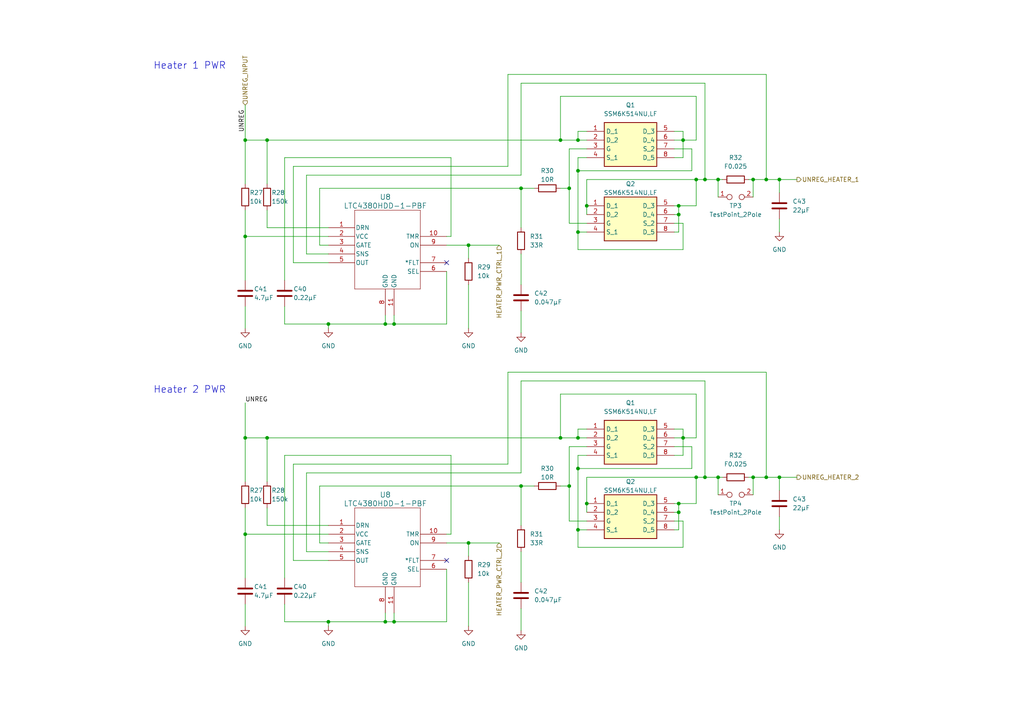
<source format=kicad_sch>
(kicad_sch (version 20230121) (generator eeschema)
  (paper "A4")
  (title_block (title "VERTECS CCB - Heater Power Supplies") (date "2024-09-11") (rev "1.4") (company "Kyushu Institute of Technology") (comment 1 "See KITUSNE CCB schematic for reference") (comment 2 "Heater OCPs set to 2A"))
  (lib_symbols
    (symbol "Connector:TestPoint_2Pole" (pin_names (offset 0.762) hide)
      (property "Reference" "TP" (at 0 1.524 0))
      (property "Value" "TestPoint_2Pole" (at 0 -1.778 0))
      (symbol "TestPoint_2Pole_0_1"
        (circle (center -1.778 0) (radius 0.762))
        (circle (center 1.778 0) (radius 0.762))
        (pin passive line (at -5.08 0 0) (length 2.54) (name "1") (number "1"))
        (pin passive line (at 5.08 0 180) (length 2.54) (name "2") (number "2"))
      )
    )
    (symbol "Device:C" (pin_numbers hide) (pin_names (offset 0.254))
      (property "Reference" "C" (at 0.635 2.54 0))
      (property "Value" "C" (at 0.635 -2.54 0))
      (symbol "C_0_1"
        (polyline (pts (xy -2.032 -0.762) (xy 2.032 -0.762)) (stroke (width 0.508)))
        (polyline (pts (xy -2.032 0.762) (xy 2.032 0.762)) (stroke (width 0.508)))
      )
      (symbol "C_1_1"
        (pin passive line (at 0 3.81 270) (length 2.794) (name "~") (number "1"))
        (pin passive line (at 0 -3.81 90) (length 2.794) (name "~") (number "2"))
      )
    )
    (symbol "Device:R" (pin_numbers hide) (pin_names (offset 0))
      (property "Reference" "R" (at 2.032 0 90))
      (property "Value" "R" (at 0 0 90))
      (symbol "R_0_1"
        (rectangle (start -1.016 -2.54) (end 1.016 2.54) (stroke (width 0.254)))
      )
      (symbol "R_1_1"
        (pin passive line (at 0 3.81 270) (length 1.27) (name "~") (number "1"))
        (pin passive line (at 0 -3.81 90) (length 1.27) (name "~") (number "2"))
      )
    )
    (symbol "LTC4380HDD-1-PBF_1" (pin_names (offset 0.254))
      (property "Reference" "U8" (at 16.51 8.89 0))
      (property "Value" "LTC4380HDD-1-PBF" (at 16.51 6.35 0))
      (symbol "LTC4380HDD-1-PBF_1_0_1"
        (polyline (pts (xy 7.62 -17.78) (xy 26.67 -17.78)) (stroke (width 0.127)))
        (polyline (pts (xy 7.62 5.08) (xy 7.62 -17.78)) (stroke (width 0.127)))
        (polyline (pts (xy 26.67 -17.78) (xy 26.67 5.08)) (stroke (width 0.127)))
        (polyline (pts (xy 26.67 5.08) (xy 7.62 5.08)) (stroke (width 0.127)))
        (pin unspecified line (at 0 0 0) (length 7.62) (name "DRN") (number "1"))
        (pin unspecified line (at 34.29 -2.54 180) (length 7.62) (name "TMR") (number "10"))
        (pin power_out line (at 19.05 -25.4 90) (length 7.62) (name "GND") (number "11"))
        (pin power_in line (at 0 -2.54 0) (length 7.62) (name "VCC") (number "2"))
        (pin unspecified line (at 0 -5.08 0) (length 7.62) (name "GATE") (number "3"))
        (pin unspecified line (at 0 -7.62 0) (length 7.62) (name "SNS") (number "4"))
        (pin output line (at 0 -10.16 0) (length 7.62) (name "OUT") (number "5"))
        (pin unspecified line (at 34.29 -12.7 180) (length 7.62) (name "SEL") (number "6"))
        (pin unspecified line (at 34.29 -10.16 180) (length 7.62) (name "*FLT") (number "7"))
        (pin power_out line (at 16.51 -25.4 90) (length 7.62) (name "GND") (number "8"))
        (pin unspecified line (at 34.29 -5.08 180) (length 7.62) (name "ON") (number "9"))
      )
    )
    (symbol "VERTECS_CCB_Library:SSM6K514NU,LF"
      (property "Reference" "Q" (at 21.59 7.62 0))
      (property "Value" "SSM6K514NU,LF" (at 21.59 5.08 0))
      (symbol "SSM6K514NU,LF_1_1"
        (rectangle (start 5.08 2.54) (end 20.32 -10.16) (stroke (width 0.254)) (fill (type background)))
        (pin passive line (at 0 0 0) (length 5.08) (name "D_1") (number "1"))
        (pin passive line (at 0 -2.54 0) (length 5.08) (name "D_2") (number "2"))
        (pin passive line (at 0 -5.08 0) (length 5.08) (name "G") (number "3"))
        (pin passive line (at 0 -7.62 0) (length 5.08) (name "S_1") (number "4"))
        (pin passive line (at 25.4 0 180) (length 5.08) (name "D_3") (number "5"))
        (pin passive line (at 25.4 -2.54 180) (length 5.08) (name "D_4") (number "6"))
        (pin passive line (at 25.4 -5.08 180) (length 5.08) (name "S_2") (number "7"))
        (pin passive line (at 25.4 -7.62 180) (length 5.08) (name "D_5") (number "8"))
      )
    )
    (symbol "power:GND" (power) (pin_names (offset 0))
      (property "Value" "GND" (at 0 -3.81 0))
      (symbol "GND_0_1"
        (polyline (pts (xy 0 0) (xy 0 -1.27) (xy 1.27 -1.27) (xy 0 -2.54) (xy -1.27 -1.27) (xy 0 -1.27)))
      )
      (symbol "GND_1_1"
        (pin power_in line (at 0 0 270) (length 0) hide (name "GND") (number "1"))
      )
    )
  )
  (junction (at 165.1 140.97))
  (junction (at 222.25 52.07))
  (junction (at 204.47 138.43))
  (junction (at 196.85 62.23))
  (junction (at 77.47 40.64))
  (junction (at 196.85 148.59))
  (junction (at 167.64 135.89))
  (junction (at 201.93 138.43))
  (junction (at 162.56 40.64))
  (junction (at 167.64 127))
  (junction (at 167.64 67.31))
  (junction (at 208.28 52.07))
  (junction (at 167.64 40.64))
  (junction (at 71.12 40.64))
  (junction (at 151.13 140.97))
  (junction (at 222.25 138.43))
  (junction (at 198.12 40.64))
  (junction (at 170.18 146.05))
  (junction (at 167.64 49.53))
  (junction (at 135.89 157.48))
  (junction (at 114.3 93.98))
  (junction (at 201.93 52.07))
  (junction (at 71.12 154.94))
  (junction (at 218.44 52.07))
  (junction (at 71.12 68.58))
  (junction (at 226.06 138.43))
  (junction (at 162.56 127))
  (junction (at 135.89 71.12))
  (junction (at 208.28 138.43))
  (junction (at 114.3 180.34))
  (junction (at 95.25 93.98))
  (junction (at 167.64 153.67))
  (junction (at 198.12 127))
  (junction (at 204.47 52.07))
  (junction (at 226.06 52.07))
  (junction (at 196.85 59.69))
  (junction (at 218.44 138.43))
  (junction (at 77.47 127))
  (junction (at 95.25 180.34))
  (junction (at 170.18 59.69))
  (junction (at 196.85 146.05))
  (junction (at 151.13 54.61))
  (junction (at 111.76 180.34))
  (junction (at 71.12 127))
  (junction (at 111.76 93.98))
  (junction (at 165.1 54.61))
  (no_connect (at 129.54 76.2))
  (no_connect (at 129.54 162.56))
  (wire (pts (xy 151.13 137.16) (xy 88.9 137.16)))
  (wire (pts (xy 82.55 132.08) (xy 82.55 167.64)))
  (wire (pts (xy 195.58 43.18) (xy 200.66 43.18)))
  (wire (pts (xy 198.12 38.1) (xy 198.12 40.64)))
  (wire (pts (xy 88.9 50.8) (xy 88.9 73.66)))
  (wire (pts (xy 130.81 132.08) (xy 82.55 132.08)))
  (wire (pts (xy 129.54 154.94) (xy 130.81 154.94)))
  (wire (pts (xy 130.81 132.08) (xy 130.81 154.94)))
  (wire (pts (xy 111.76 177.8) (xy 111.76 180.34)))
  (wire (pts (xy 85.09 162.56) (xy 95.25 162.56)))
  (wire (pts (xy 167.64 127) (xy 170.18 127)))
  (wire (pts (xy 218.44 57.15) (xy 218.44 52.07)))
  (wire (pts (xy 195.58 45.72) (xy 198.12 45.72)))
  (wire (pts (xy 198.12 45.72) (xy 198.12 40.64)))
  (wire (pts (xy 204.47 138.43) (xy 204.47 110.49)))
  (wire (pts (xy 95.25 180.34) (xy 111.76 180.34)))
  (wire (pts (xy 71.12 40.64) (xy 77.47 40.64)))
  (wire (pts (xy 198.12 40.64) (xy 201.93 40.64)))
  (wire (pts (xy 151.13 140.97) (xy 154.94 140.97)))
  (wire (pts (xy 77.47 152.4) (xy 95.25 152.4)))
  (wire (pts (xy 170.18 146.05) (xy 170.18 138.43)))
  (wire (pts (xy 151.13 73.66) (xy 151.13 82.55)))
  (wire (pts (xy 208.28 57.15) (xy 208.28 52.07)))
  (wire (pts (xy 82.55 93.98) (xy 95.25 93.98)))
  (wire (pts (xy 195.58 129.54) (xy 200.66 129.54)))
  (wire (pts (xy 135.89 168.91) (xy 135.89 181.61)))
  (wire (pts (xy 167.64 45.72) (xy 167.64 49.53)))
  (wire (pts (xy 162.56 40.64) (xy 167.64 40.64)))
  (wire (pts (xy 167.64 72.39) (xy 167.64 67.31)))
  (wire (pts (xy 198.12 151.13) (xy 198.12 158.75)))
  (wire (pts (xy 151.13 110.49) (xy 151.13 137.16)))
  (wire (pts (xy 114.3 180.34) (xy 129.54 180.34)))
  (wire (pts (xy 151.13 90.17) (xy 151.13 96.52)))
  (wire (pts (xy 95.25 93.98) (xy 95.25 95.25)))
  (wire (pts (xy 71.12 147.32) (xy 71.12 154.94)))
  (wire (pts (xy 217.17 138.43) (xy 218.44 138.43)))
  (wire (pts (xy 204.47 52.07) (xy 204.47 24.13)))
  (wire (pts (xy 71.12 127) (xy 71.12 139.7)))
  (wire (pts (xy 198.12 64.77) (xy 198.12 72.39)))
  (wire (pts (xy 208.28 143.51) (xy 208.28 138.43)))
  (wire (pts (xy 204.47 24.13) (xy 151.13 24.13)))
  (wire (pts (xy 77.47 60.96) (xy 77.47 66.04)))
  (wire (pts (xy 226.06 63.5) (xy 226.06 67.31)))
  (wire (pts (xy 77.47 66.04) (xy 95.25 66.04)))
  (wire (pts (xy 167.64 38.1) (xy 167.64 40.64)))
  (wire (pts (xy 170.18 45.72) (xy 167.64 45.72)))
  (wire (pts (xy 196.85 146.05) (xy 196.85 148.59)))
  (wire (pts (xy 92.71 157.48) (xy 95.25 157.48)))
  (wire (pts (xy 222.25 21.59) (xy 147.32 21.59)))
  (wire (pts (xy 204.47 138.43) (xy 208.28 138.43)))
  (wire (pts (xy 222.25 138.43) (xy 226.06 138.43)))
  (wire (pts (xy 226.06 52.07) (xy 226.06 55.88)))
  (wire (pts (xy 71.12 127) (xy 77.47 127)))
  (wire (pts (xy 198.12 72.39) (xy 167.64 72.39)))
  (wire (pts (xy 196.85 62.23) (xy 195.58 62.23)))
  (wire (pts (xy 195.58 146.05) (xy 196.85 146.05)))
  (wire (pts (xy 167.64 49.53) (xy 167.64 67.31)))
  (wire (pts (xy 162.56 27.94) (xy 162.56 40.64)))
  (wire (pts (xy 195.58 38.1) (xy 198.12 38.1)))
  (wire (pts (xy 77.47 147.32) (xy 77.47 152.4)))
  (wire (pts (xy 201.93 114.3) (xy 162.56 114.3)))
  (wire (pts (xy 201.93 40.64) (xy 201.93 27.94)))
  (wire (pts (xy 200.66 49.53) (xy 167.64 49.53)))
  (wire (pts (xy 85.09 134.62) (xy 85.09 162.56)))
  (wire (pts (xy 151.13 160.02) (xy 151.13 168.91)))
  (wire (pts (xy 167.64 153.67) (xy 170.18 153.67)))
  (wire (pts (xy 92.71 71.12) (xy 95.25 71.12)))
  (wire (pts (xy 218.44 143.51) (xy 218.44 138.43)))
  (wire (pts (xy 82.55 175.26) (xy 82.55 180.34)))
  (wire (pts (xy 135.89 82.55) (xy 135.89 95.25)))
  (wire (pts (xy 71.12 40.64) (xy 71.12 53.34)))
  (wire (pts (xy 196.85 67.31) (xy 196.85 62.23)))
  (wire (pts (xy 167.64 124.46) (xy 167.64 127)))
  (wire (pts (xy 77.47 40.64) (xy 162.56 40.64)))
  (wire (pts (xy 195.58 67.31) (xy 196.85 67.31)))
  (wire (pts (xy 208.28 138.43) (xy 209.55 138.43)))
  (wire (pts (xy 226.06 52.07) (xy 231.14 52.07)))
  (wire (pts (xy 129.54 180.34) (xy 129.54 165.1)))
  (wire (pts (xy 151.13 176.53) (xy 151.13 182.88)))
  (wire (pts (xy 165.1 140.97) (xy 165.1 151.13)))
  (wire (pts (xy 170.18 52.07) (xy 201.93 52.07)))
  (wire (pts (xy 170.18 138.43) (xy 201.93 138.43)))
  (wire (pts (xy 167.64 158.75) (xy 167.64 153.67)))
  (wire (pts (xy 198.12 132.08) (xy 198.12 127)))
  (wire (pts (xy 165.1 43.18) (xy 165.1 54.61)))
  (wire (pts (xy 170.18 38.1) (xy 167.64 38.1)))
  (wire (pts (xy 71.12 68.58) (xy 95.25 68.58)))
  (wire (pts (xy 162.56 140.97) (xy 165.1 140.97)))
  (wire (pts (xy 195.58 64.77) (xy 198.12 64.77)))
  (wire (pts (xy 195.58 153.67) (xy 196.85 153.67)))
  (wire (pts (xy 167.64 67.31) (xy 170.18 67.31)))
  (wire (pts (xy 201.93 59.69) (xy 201.93 52.07)))
  (wire (pts (xy 200.66 43.18) (xy 200.66 49.53)))
  (wire (pts (xy 195.58 59.69) (xy 196.85 59.69)))
  (wire (pts (xy 130.81 45.72) (xy 130.81 68.58)))
  (wire (pts (xy 88.9 137.16) (xy 88.9 160.02)))
  (wire (pts (xy 92.71 157.48) (xy 92.71 140.97)))
  (wire (pts (xy 218.44 52.07) (xy 222.25 52.07)))
  (wire (pts (xy 82.55 88.9) (xy 82.55 93.98)))
  (wire (pts (xy 198.12 127) (xy 201.93 127)))
  (wire (pts (xy 95.25 93.98) (xy 111.76 93.98)))
  (wire (pts (xy 151.13 24.13) (xy 151.13 50.8)))
  (wire (pts (xy 196.85 148.59) (xy 195.58 148.59)))
  (wire (pts (xy 222.25 107.95) (xy 147.32 107.95)))
  (wire (pts (xy 151.13 140.97) (xy 151.13 152.4)))
  (wire (pts (xy 200.66 135.89) (xy 167.64 135.89)))
  (wire (pts (xy 196.85 59.69) (xy 201.93 59.69)))
  (wire (pts (xy 201.93 138.43) (xy 204.47 138.43)))
  (wire (pts (xy 201.93 52.07) (xy 204.47 52.07)))
  (wire (pts (xy 71.12 175.26) (xy 71.12 181.61)))
  (wire (pts (xy 218.44 138.43) (xy 222.25 138.43)))
  (wire (pts (xy 77.47 127) (xy 77.47 139.7)))
  (wire (pts (xy 147.32 48.26) (xy 85.09 48.26)))
  (wire (pts (xy 195.58 40.64) (xy 198.12 40.64)))
  (wire (pts (xy 71.12 154.94) (xy 95.25 154.94)))
  (wire (pts (xy 71.12 68.58) (xy 71.12 81.28)))
  (wire (pts (xy 92.71 140.97) (xy 151.13 140.97)))
  (wire (pts (xy 129.54 68.58) (xy 130.81 68.58)))
  (wire (pts (xy 170.18 59.69) (xy 170.18 62.23)))
  (wire (pts (xy 130.81 45.72) (xy 82.55 45.72)))
  (wire (pts (xy 147.32 107.95) (xy 147.32 134.62)))
  (wire (pts (xy 162.56 114.3) (xy 162.56 127)))
  (wire (pts (xy 95.25 180.34) (xy 95.25 181.61)))
  (wire (pts (xy 92.71 54.61) (xy 151.13 54.61)))
  (wire (pts (xy 217.17 52.07) (xy 218.44 52.07)))
  (wire (pts (xy 226.06 138.43) (xy 226.06 142.24)))
  (wire (pts (xy 162.56 127) (xy 167.64 127)))
  (wire (pts (xy 111.76 180.34) (xy 114.3 180.34)))
  (wire (pts (xy 196.85 146.05) (xy 201.93 146.05)))
  (wire (pts (xy 135.89 157.48) (xy 135.89 161.29)))
  (wire (pts (xy 195.58 124.46) (xy 198.12 124.46)))
  (wire (pts (xy 165.1 64.77) (xy 170.18 64.77)))
  (wire (pts (xy 165.1 129.54) (xy 170.18 129.54)))
  (wire (pts (xy 151.13 54.61) (xy 154.94 54.61)))
  (wire (pts (xy 167.64 132.08) (xy 167.64 135.89)))
  (wire (pts (xy 170.18 132.08) (xy 167.64 132.08)))
  (wire (pts (xy 170.18 124.46) (xy 167.64 124.46)))
  (wire (pts (xy 111.76 93.98) (xy 114.3 93.98)))
  (wire (pts (xy 135.89 71.12) (xy 135.89 74.93)))
  (wire (pts (xy 195.58 132.08) (xy 198.12 132.08)))
  (wire (pts (xy 201.93 127) (xy 201.93 114.3)))
  (wire (pts (xy 198.12 124.46) (xy 198.12 127)))
  (wire (pts (xy 85.09 48.26) (xy 85.09 76.2)))
  (wire (pts (xy 195.58 127) (xy 198.12 127)))
  (wire (pts (xy 204.47 110.49) (xy 151.13 110.49)))
  (wire (pts (xy 71.12 116.84) (xy 71.12 127)))
  (wire (pts (xy 196.85 59.69) (xy 196.85 62.23)))
  (wire (pts (xy 88.9 73.66) (xy 95.25 73.66)))
  (wire (pts (xy 92.71 71.12) (xy 92.71 54.61)))
  (wire (pts (xy 201.93 146.05) (xy 201.93 138.43)))
  (wire (pts (xy 129.54 157.48) (xy 135.89 157.48)))
  (wire (pts (xy 71.12 154.94) (xy 71.12 167.64)))
  (wire (pts (xy 71.12 60.96) (xy 71.12 68.58)))
  (wire (pts (xy 222.25 52.07) (xy 226.06 52.07)))
  (wire (pts (xy 114.3 93.98) (xy 129.54 93.98)))
  (wire (pts (xy 88.9 160.02) (xy 95.25 160.02)))
  (wire (pts (xy 135.89 157.48) (xy 144.78 157.48)))
  (wire (pts (xy 162.56 54.61) (xy 165.1 54.61)))
  (wire (pts (xy 195.58 151.13) (xy 198.12 151.13)))
  (wire (pts (xy 151.13 50.8) (xy 88.9 50.8)))
  (wire (pts (xy 208.28 52.07) (xy 209.55 52.07)))
  (wire (pts (xy 147.32 21.59) (xy 147.32 48.26)))
  (wire (pts (xy 165.1 43.18) (xy 170.18 43.18)))
  (wire (pts (xy 129.54 93.98) (xy 129.54 78.74)))
  (wire (pts (xy 111.76 91.44) (xy 111.76 93.98)))
  (wire (pts (xy 71.12 88.9) (xy 71.12 95.25)))
  (wire (pts (xy 226.06 138.43) (xy 231.14 138.43)))
  (wire (pts (xy 198.12 158.75) (xy 167.64 158.75)))
  (wire (pts (xy 71.12 30.48) (xy 71.12 40.64)))
  (wire (pts (xy 165.1 151.13) (xy 170.18 151.13)))
  (wire (pts (xy 151.13 54.61) (xy 151.13 66.04)))
  (wire (pts (xy 82.55 180.34) (xy 95.25 180.34)))
  (wire (pts (xy 200.66 129.54) (xy 200.66 135.89)))
  (wire (pts (xy 201.93 27.94) (xy 162.56 27.94)))
  (wire (pts (xy 85.09 76.2) (xy 95.25 76.2)))
  (wire (pts (xy 77.47 40.64) (xy 77.47 53.34)))
  (wire (pts (xy 204.47 52.07) (xy 208.28 52.07)))
  (wire (pts (xy 77.47 127) (xy 162.56 127)))
  (wire (pts (xy 170.18 59.69) (xy 170.18 52.07)))
  (wire (pts (xy 226.06 149.86) (xy 226.06 153.67)))
  (wire (pts (xy 135.89 71.12) (xy 144.78 71.12)))
  (wire (pts (xy 147.32 134.62) (xy 85.09 134.62)))
  (wire (pts (xy 165.1 129.54) (xy 165.1 140.97)))
  (wire (pts (xy 114.3 177.8) (xy 114.3 180.34)))
  (wire (pts (xy 167.64 40.64) (xy 170.18 40.64)))
  (wire (pts (xy 82.55 45.72) (xy 82.55 81.28)))
  (wire (pts (xy 196.85 153.67) (xy 196.85 148.59)))
  (wire (pts (xy 129.54 71.12) (xy 135.89 71.12)))
  (wire (pts (xy 167.64 135.89) (xy 167.64 153.67)))
  (wire (pts (xy 170.18 146.05) (xy 170.18 148.59)))
  (wire (pts (xy 165.1 54.61) (xy 165.1 64.77)))
  (wire (pts (xy 222.25 138.43) (xy 222.25 107.95)))
  (wire (pts (xy 222.25 52.07) (xy 222.25 21.59)))
  (wire (pts (xy 114.3 91.44) (xy 114.3 93.98)))
  (text "Heater 2 PWR" (at 44.45 114.3 0) (effects (font (size 2 2)) (justify left bottom)))
  (text "Heater 1 PWR" (at 44.45 20.32 0) (effects (font (size 2 2)) (justify left bottom)))
  (label "UNREG" (at 71.12 116.84 0))
  (label "UNREG" (at 71.12 31.75 270))
  (hierarchical_label "HEATER_PWR_CTRL_1" (shape input) (at 144.78 71.12 270))
  (hierarchical_label "HEATER_PWR_CTRL_2" (shape input) (at 144.78 157.48 270))
  (hierarchical_label "UNREG_HEATER_2" (shape output) (at 231.14 138.43 0))
  (hierarchical_label "UNREG_HEATER_1" (shape output) (at 231.14 52.07 0))
  (hierarchical_label "UNREG_INPUT" (shape input) (at 71.12 30.48 90))
  (symbol (lib_id "power:GND") (at 135.89 181.61 0) (unit 1)
    (property "Reference" "#PWR054" (effects hide))
    (property "Value" "GND" (at 135.89 186.69 0))
    (instances (project "VERTECS_CCB_A" (path "" (reference "#PWR054") (unit 1)) (path "" (reference "#PWR089") (unit 1))))
  )
  (symbol (lib_id "Device:R") (at 151.13 69.85 0) (unit 1)
    (property "Reference" "R31" (at 153.67 68.58 0) (effects (justify left)))
    (property "Value" "33R" (at 153.67 71.12 0) (effects (justify left)))
    (property "Footprint" "Resistor_SMD:R_0402_1005Metric" (effects hide))
    (property "Manufacturer_Name" "KOA" (effects hide))
    (property "Manufacturer_Part_Number" "RK73H1ETTP33R0F" (effects hide))
    (instances (project "VERTECS_CCB_A" (path "" (reference "R31") (unit 1)) (path "" (reference "R52") (unit 1))))
  )
  (symbol (lib_id "Device:C") (at 82.55 171.45 0) (unit 1)
    (property "Reference" "C40" (at 85.09 170.18 0) (effects (justify left)))
    (property "Value" "0.22µF" (at 85.09 172.72 0) (effects (justify left)))
    (property "Footprint" "Resistor_SMD:R_0603_1608Metric" (effects hide))
    (property "Datasheet" "https://www.mouser.com/datasheet/2/281/1/GRM188R71E224JA88_01A-1985865.pdf" (effects hide))
    (property "Manufacturer_Name" "MURATA" (effects hide))
    (property "Manufacturer_Part_Number" "GRM188R71E224J" (effects hide))
    (property "Mouser Part Number" "81-GRM188R71E224JA8J" (effects hide))
    (property "Mouser Price/Stock" "https://www.mouser.com/ProductDetail/Murata-Electronics/GRM188R71E224JA88J?qs=QzBtWTOodeUQv4s17XcJEQ%3D%3D" (effects hide))
    (instances (project "VERTECS_CCB_A" (path "" (reference "C40") (unit 1)) (path "" (reference "C57") (unit 1))))
  )
  (symbol (lib_id "Device:C") (at 82.55 85.09 0) (unit 1)
    (property "Reference" "C40" (at 85.09 83.82 0) (effects (justify left)))
    (property "Value" "0.22µF" (at 85.09 86.36 0) (effects (justify left)))
    (property "Footprint" "Resistor_SMD:R_0603_1608Metric" (effects hide))
    (property "Datasheet" "https://www.mouser.com/datasheet/2/281/1/GRM188R71E224JA88_01A-1985865.pdf" (effects hide))
    (property "Manufacturer_Name" "MURATA" (effects hide))
    (property "Manufacturer_Part_Number" "GRM188R71E224J" (effects hide))
    (property "Mouser Part Number" "81-GRM188R71E224JA8J" (effects hide))
    (property "Mouser Price/Stock" "https://www.mouser.com/ProductDetail/Murata-Electronics/GRM188R71E224JA88J?qs=QzBtWTOodeUQv4s17XcJEQ%3D%3D" (effects hide))
    (instances (project "VERTECS_CCB_A" (path "" (reference "C40") (unit 1)) (path "" (reference "C53") (unit 1))))
  )
  (symbol (lib_id "Device:C") (at 226.06 59.69 0) (unit 1)
    (property "Reference" "C43" (at 229.87 58.42 0) (effects (justify left)))
    (property "Value" "22µF" (at 229.87 60.96 0) (effects (justify left)))
    (property "Footprint" "Resistor_SMD:R_0603_1608Metric" (effects hide))
    (property "Datasheet" "https://www.mouser.com/datasheet/2/281/1/GRM187R61A226ME15_01A-1984595.pdf" (effects hide))
    (property "Manufacturer_Name" "MURATA" (effects hide))
    (property "Manufacturer_Part_Number" "GRM187R61A226M" (effects hide))
    (property "Mouser Part Number" "81-GRM187R61A226ME5J" (effects hide))
    (property "Mouser Price/Stock" "https://www.mouser.com/ProductDetail/Murata-Electronics/GRM187R61A226ME15J?qs=5aG0NVq1C4zp9gekqoIe8Q%3D%3D" (effects hide))
    (instances (project "VERTECS_CCB_A" (path "" (reference "C43") (unit 1)) (path "" (reference "C51") (unit 1))))
  )
  (symbol (lib_id "power:GND") (at 95.25 181.61 0) (unit 1)
    (property "Reference" "#PWR052" (effects hide))
    (property "Value" "GND" (at 95.25 186.69 0))
    (instances (project "VERTECS_CCB_A" (path "" (reference "#PWR052") (unit 1)) (path "" (reference "#PWR088") (unit 1))))
  )
  (symbol (lib_id "Device:C") (at 71.12 171.45 0) (unit 1)
    (property "Reference" "C41" (at 73.66 170.18 0) (effects (justify left)))
    (property "Value" "4.7µF" (at 73.66 172.72 0) (effects (justify left)))
    (property "Footprint" "Resistor_SMD:R_0603_1608Metric" (effects hide))
    (property "Datasheet" "https://www.mouser.com/datasheet/2/281/1/GRM188C71A475KE11_01A-1985652.pdf" (effects hide))
    (property "Manufacturer_Name" "MURATA" (effects hide))
    (property "Manufacturer_Part_Number" "GRM188C71A475K" (effects hide))
    (property "Mouser Part Number" "81-GRM188C71A475KE1D" (effects hide))
    (property "Mouser Price/Stock" "https://www.mouser.com/ProductDetail/Murata-Electronics/GRM188C71A475KE11D?qs=ipkqEa07%2FjwaybY4i%2FmF1A%3D%3D" (effects hide))
    (instances (project "VERTECS_CCB_A" (path "" (reference "C41") (unit 1)) (path "" (reference "C56") (unit 1))))
  )
  (symbol (lib_id "power:GND") (at 226.06 153.67 0) (unit 1)
    (property "Reference" "#PWR056" (effects hide))
    (property "Value" "GND" (at 226.06 158.75 0))
    (instances (project "VERTECS_CCB_A" (path "" (reference "#PWR056") (unit 1)) (path "" (reference "#PWR086") (unit 1))))
  )
  (symbol (lib_id "Device:R") (at 77.47 57.15 0) (unit 1)
    (property "Reference" "R28" (at 78.74 55.88 0) (effects (justify left)))
    (property "Value" "150k" (at 78.74 58.42 0) (effects (justify left)))
    (property "Footprint" "Resistor_SMD:R_0402_1005Metric" (effects hide))
    (property "Manufacturer_Name" "KOA" (effects hide))
    (property "Manufacturer_Part_Number" "RK73H1ETTP1503F" (effects hide))
    (instances (project "VERTECS_CCB_A" (path "" (reference "R28") (unit 1)) (path "" (reference "R51") (unit 1))))
  )
  (symbol (lib_id "power:GND") (at 71.12 95.25 0) (unit 1)
    (property "Reference" "#PWR053" (effects hide))
    (property "Value" "GND" (at 71.12 100.33 0))
    (instances (project "VERTECS_CCB_A" (path "" (reference "#PWR053") (unit 1)) (path "" (reference "#PWR082") (unit 1))))
  )
  (symbol (lib_id "Connector:TestPoint_2Pole") (at 213.36 143.51 0) (unit 1)
    (property "Reference" "TP4" (at 213.36 146.05 0))
    (property "Value" "TestPoint_2Pole" (at 213.36 148.59 0))
    (property "Footprint" "Resistor_SMD:R_0805_2012Metric_Pad1.20x1.40mm_HandSolder" (effects hide))
  )
  (symbol (lib_id "Device:R") (at 213.36 52.07 90) (unit 1)
    (property "Reference" "R32" (at 213.36 45.72 90))
    (property "Value" "F0.025" (at 213.36 48.26 90))
    (property "Footprint" "Resistor_SMD:R_0805_2012Metric" (effects hide))
    (property "Datasheet" "https://www.koaspeer.com/catimages/Products/UR73V/UR73V.pdf" (effects hide))
    (property "Manufacturer_Name" "KOA" (effects hide))
    (property "Manufacturer_Part_Number" "UR73VD2ATTD25L0F" (effects hide))
    (property "Mouser Part Number" "660-UR73VD2ATTD25L0F" (effects hide))
    (property "Mouser Price/Stock" "https://www.mouser.com/ProductDetail/KOA-Speer/UR73VD2ATTD25L0F?qs=5aG0NVq1C4z5HmsT%2Fj0Ezw%3D%3D" (effects hide))
    (instances (project "VERTECS_CCB_A" (path "" (reference "R32") (unit 1)) (path "" (reference "R48") (unit 1))))
  )
  (symbol (lib_id "Device:C") (at 71.12 85.09 0) (unit 1)
    (property "Reference" "C41" (at 73.66 83.82 0) (effects (justify left)))
    (property "Value" "4.7µF" (at 73.66 86.36 0) (effects (justify left)))
    (property "Footprint" "Resistor_SMD:R_0603_1608Metric" (effects hide))
    (property "Datasheet" "https://www.mouser.com/datasheet/2/281/1/GRM188C71A475KE11_01A-1985652.pdf" (effects hide))
    (property "Manufacturer_Name" "MURATA" (effects hide))
    (property "Manufacturer_Part_Number" "GRM188C71A475K" (effects hide))
    (property "Mouser Part Number" "81-GRM188C71A475KE1D" (effects hide))
    (property "Mouser Price/Stock" "https://www.mouser.com/ProductDetail/Murata-Electronics/GRM188C71A475KE11D?qs=ipkqEa07%2FjwaybY4i%2FmF1A%3D%3D" (effects hide))
    (instances (project "VERTECS_CCB_A" (path "" (reference "C41") (unit 1)) (path "" (reference "C52") (unit 1))))
  )
  (symbol (lib_id "Device:R") (at 151.13 156.21 0) (unit 1)
    (property "Reference" "R31" (at 153.67 154.94 0) (effects (justify left)))
    (property "Value" "33R" (at 153.67 157.48 0) (effects (justify left)))
    (property "Footprint" "Resistor_SMD:R_0402_1005Metric" (effects hide))
    (property "Manufacturer_Name" "KOA" (effects hide))
    (property "Manufacturer_Part_Number" "RK73H1ETTP33R0F" (effects hide))
    (instances (project "VERTECS_CCB_A" (path "" (reference "R31") (unit 1)) (path "" (reference "R58") (unit 1))))
  )
  (symbol (lib_id "VERTECS_CCB_Library:SSM6K514NU,LF") (at 170.18 146.05 0) (unit 1)
    (property "Reference" "Q2" (at 182.88 139.7 0))
    (property "Value" "SSM6K514NU,LF" (at 182.88 142.24 0))
    (property "Footprint" "VERTECS_CCB_Library:SSM6K514NU,LF" (effects hide))
    (property "Datasheet" "https://www.mouser.jp/datasheet/2/408/SSM6K514NU_datasheet_en_20170616-1082946.pdf" (effects hide))
    (property "Mouser Part Number" "757-SSM6K514NULF" (effects hide))
    (property "Mouser Price/Stock" "https://www.mouser.co.uk/ProductDetail/Toshiba/SSM6K514NULF?qs=yfGysFjEcj13lHFOvblArQ%3D%3D" (effects hide))
    (property "Manufacturer_Name" "Toshiba" (effects hide))
    (property "Manufacturer_Part_Number" "SSM6K514NU,LF" (effects hide))
    (instances (project "VERTECS_CCB_A" (path "" (reference "Q2") (unit 1)) (path "" (reference "Q8") (unit 1))))
  )
  (symbol (lib_id "power:GND") (at 71.12 181.61 0) (unit 1)
    (property "Reference" "#PWR053" (effects hide))
    (property "Value" "GND" (at 71.12 186.69 0))
    (instances (project "VERTECS_CCB_A" (path "" (reference "#PWR053") (unit 1)) (path "" (reference "#PWR087") (unit 1))))
  )
  (symbol (lib_id "Device:R") (at 213.36 138.43 90) (unit 1)
    (property "Reference" "R32" (at 213.36 132.08 90))
    (property "Value" "F0.025" (at 213.36 134.62 90))
    (property "Footprint" "Resistor_SMD:R_0805_2012Metric" (effects hide))
    (property "Datasheet" "https://www.koaspeer.com/catimages/Products/UR73V/UR73V.pdf" (effects hide))
    (property "Manufacturer_Name" "KOA" (effects hide))
    (property "Manufacturer_Part_Number" "UR73VD2ATTD25L0F" (effects hide))
    (property "Mouser Part Number" "660-UR73VD2ATTD25L0F" (effects hide))
    (property "Mouser Price/Stock" "https://www.mouser.com/ProductDetail/KOA-Speer/UR73VD2ATTD25L0F?qs=5aG0NVq1C4z5HmsT%2Fj0Ezw%3D%3D" (effects hide))
    (instances (project "VERTECS_CCB_A" (path "" (reference "R32") (unit 1)) (path "" (reference "R54") (unit 1))))
  )
  (symbol (lib_name "LTC4380HDD-1-PBF_1") (lib_id "VERTECS_CCB_Library:LTC4380HDD-1-PBF") (at 95.25 152.4 0) (unit 1)
    (property "Reference" "U8" (at 111.76 143.51 0) (effects (font (size 1.524 1.524))))
    (property "Value" "LTC4380HDD-1-PBF" (at 111.76 146.05 0) (effects (font (size 1.524 1.524))))
    (property "Footprint" "Package_DFN_QFN:DFN-10-1EP_3x3mm_P0.5mm_EP1.65x2.38mm" (effects hide))
    (property "Datasheet" "https://www.mouser.jp/datasheet/2/609/LTC4380-3125951.pdf" (effects hide))
    (property "Manufacturer_Name" "Analog Devices" (effects hide))
    (property "Manufacturer_Part_Number" "LTC4380HDD-1#PBF" (effects hide))
    (property "Mouser Part Number" "584-LTC4380HDD-1#PBF" (effects hide))
    (property "Mouser Price/Stock" "https://www.mouser.jp/ProductDetail/Analog-Devices/LTC4380HDD-1PBF?qs=oahfZPh6IAK6vXT%252BHggvpA%3D%3D" (effects hide))
    (instances (project "VERTECS_CCB_A" (path "" (reference "U8") (unit 1)) (path "" (reference "U10") (unit 1))))
  )
  (symbol (lib_id "Device:R") (at 158.75 140.97 270) (unit 1)
    (property "Reference" "R30" (at 158.75 135.89 90))
    (property "Value" "10R" (at 158.75 138.43 90))
    (property "Footprint" "Resistor_SMD:R_0402_1005Metric" (effects hide))
    (property "Manufacturer_Name" "KOA" (effects hide))
    (property "Manufacturer_Part_Number" "RK73H1ETTP10R0F" (effects hide))
    (instances (project "VERTECS_CCB_A" (path "" (reference "R30") (unit 1)) (path "" (reference "R55") (unit 1))))
  )
  (symbol (lib_id "power:GND") (at 226.06 67.31 0) (unit 1)
    (property "Reference" "#PWR056" (effects hide))
    (property "Value" "GND" (at 226.06 72.39 0))
    (instances (project "VERTECS_CCB_A" (path "" (reference "#PWR056") (unit 1)) (path "" (reference "#PWR081") (unit 1))))
  )
  (symbol (lib_id "power:GND") (at 151.13 182.88 0) (unit 1)
    (property "Reference" "#PWR055" (effects hide))
    (property "Value" "GND" (at 151.13 187.96 0))
    (instances (project "VERTECS_CCB_A" (path "" (reference "#PWR055") (unit 1)) (path "" (reference "#PWR090") (unit 1))))
  )
  (symbol (lib_id "VERTECS_CCB_Library:SSM6K514NU,LF") (at 170.18 124.46 0) (unit 1)
    (property "Reference" "Q1" (at 182.88 116.84 0))
    (property "Value" "SSM6K514NU,LF" (at 182.88 119.38 0))
    (property "Footprint" "VERTECS_CCB_Library:SSM6K514NU,LF" (effects hide))
    (property "Datasheet" "https://www.mouser.jp/datasheet/2/408/SSM6K514NU_datasheet_en_20170616-1082946.pdf" (effects hide))
    (property "Mouser Part Number" "757-SSM6K514NULF" (effects hide))
    (property "Mouser Price/Stock" "https://www.mouser.co.uk/ProductDetail/Toshiba/SSM6K514NULF?qs=yfGysFjEcj13lHFOvblArQ%3D%3D" (effects hide))
    (property "Manufacturer_Name" "Toshiba" (effects hide))
    (property "Manufacturer_Part_Number" "SSM6K514NU,LF" (effects hide))
    (instances (project "VERTECS_CCB_A" (path "" (reference "Q1") (unit 1)) (path "" (reference "Q7") (unit 1))))
  )
  (symbol (lib_id "Connector:TestPoint_2Pole") (at 213.36 57.15 0) (unit 1)
    (property "Reference" "TP3" (at 213.36 59.69 0))
    (property "Value" "TestPoint_2Pole" (at 213.36 62.23 0))
    (property "Footprint" "Resistor_SMD:R_0805_2012Metric_Pad1.20x1.40mm_HandSolder" (effects hide))
  )
  (symbol (lib_id "Device:R") (at 135.89 78.74 0) (unit 1)
    (property "Reference" "R29" (at 138.43 77.47 0) (effects (justify left)))
    (property "Value" "10k" (at 138.43 80.01 0) (effects (justify left)))
    (property "Footprint" "Resistor_SMD:R_0402_1005Metric" (effects hide))
    (property "Manufacturer_Name" "KOA" (effects hide))
    (property "Manufacturer_Part_Number" "RK73H1ETTP1002F" (effects hide))
    (instances (project "VERTECS_CCB_A" (path "" (reference "R29") (unit 1)) (path "" (reference "R53") (unit 1))))
  )
  (symbol (lib_name "LTC4380HDD-1-PBF_1") (lib_id "VERTECS_CCB_Library:LTC4380HDD-1-PBF") (at 95.25 66.04 0) (unit 1)
    (property "Reference" "U8" (at 111.76 57.15 0) (effects (font (size 1.524 1.524))))
    (property "Value" "LTC4380HDD-1-PBF" (at 111.76 59.69 0) (effects (font (size 1.524 1.524))))
    (property "Footprint" "Package_DFN_QFN:DFN-10-1EP_3x3mm_P0.5mm_EP1.65x2.38mm" (effects hide))
    (property "Datasheet" "https://www.mouser.jp/datasheet/2/609/LTC4380-3125951.pdf" (effects hide))
    (property "Manufacturer_Name" "Analog Devices" (effects hide))
    (property "Manufacturer_Part_Number" "LTC4380HDD-1#PBF" (effects hide))
    (property "Mouser Part Number" "584-LTC4380HDD-1#PBF" (effects hide))
    (property "Mouser Price/Stock" "https://www.mouser.jp/ProductDetail/Analog-Devices/LTC4380HDD-1PBF?qs=oahfZPh6IAK6vXT%252BHggvpA%3D%3D" (effects hide))
    (instances (project "VERTECS_CCB_A" (path "" (reference "U8") (unit 1)) (path "" (reference "U9") (unit 1))))
  )
  (symbol (lib_id "Device:R") (at 158.75 54.61 270) (unit 1)
    (property "Reference" "R30" (at 158.75 49.53 90))
    (property "Value" "10R" (at 158.75 52.07 90))
    (property "Footprint" "Resistor_SMD:R_0402_1005Metric" (effects hide))
    (property "Manufacturer_Name" "KOA" (effects hide))
    (property "Manufacturer_Part_Number" "RK73H1ETTP10R0F" (effects hide))
    (instances (project "VERTECS_CCB_A" (path "" (reference "R30") (unit 1)) (path "" (reference "R49") (unit 1))))
  )
  (symbol (lib_id "power:GND") (at 95.25 95.25 0) (unit 1)
    (property "Reference" "#PWR052" (effects hide))
    (property "Value" "GND" (at 95.25 100.33 0))
    (instances (project "VERTECS_CCB_A" (path "" (reference "#PWR052") (unit 1)) (path "" (reference "#PWR083") (unit 1))))
  )
  (symbol (lib_id "power:GND") (at 151.13 96.52 0) (unit 1)
    (property "Reference" "#PWR055" (effects hide))
    (property "Value" "GND" (at 151.13 101.6 0))
    (instances (project "VERTECS_CCB_A" (path "" (reference "#PWR055") (unit 1)) (path "" (reference "#PWR085") (unit 1))))
  )
  (symbol (lib_id "Device:R") (at 71.12 57.15 0) (unit 1)
    (property "Reference" "R27" (at 72.39 55.88 0) (effects (justify left)))
    (property "Value" "10k" (at 72.39 58.42 0) (effects (justify left)))
    (property "Footprint" "Resistor_SMD:R_0402_1005Metric" (effects hide))
    (property "Manufacturer_Name" "KOA" (effects hide))
    (property "Manufacturer_Part_Number" "RK73H1ETTP1002F" (effects hide))
    (instances (project "VERTECS_CCB_A" (path "" (reference "R27") (unit 1)) (path "" (reference "R50") (unit 1))))
  )
  (symbol (lib_id "power:GND") (at 135.89 95.25 0) (unit 1)
    (property "Reference" "#PWR054" (effects hide))
    (property "Value" "GND" (at 135.89 100.33 0))
    (instances (project "VERTECS_CCB_A" (path "" (reference "#PWR054") (unit 1)) (path "" (reference "#PWR084") (unit 1))))
  )
  (symbol (lib_id "Device:C") (at 151.13 172.72 0) (unit 1)
    (property "Reference" "C42" (at 154.94 171.45 0) (effects (justify left)))
    (property "Value" "0.047µF" (at 154.94 173.99 0) (effects (justify left)))
    (property "Footprint" "Resistor_SMD:R_0402_1005Metric" (effects hide))
    (property "Manufacturer_Name" "MURATA" (effects hide))
    (property "Manufacturer_Part_Number" "GRM155B11C473K" (effects hide))
    (instances (project "VERTECS_CCB_A" (path "" (reference "C42") (unit 1)) (path "" (reference "C58") (unit 1))))
  )
  (symbol (lib_id "Device:R") (at 71.12 143.51 0) (unit 1)
    (property "Reference" "R27" (at 72.39 142.24 0) (effects (justify left)))
    (property "Value" "10k" (at 72.39 144.78 0) (effects (justify left)))
    (property "Footprint" "Resistor_SMD:R_0402_1005Metric" (effects hide))
    (property "Manufacturer_Name" "KOA" (effects hide))
    (property "Manufacturer_Part_Number" "RK73H1ETTP1002F" (effects hide))
    (instances (project "VERTECS_CCB_A" (path "" (reference "R27") (unit 1)) (path "" (reference "R56") (unit 1))))
  )
  (symbol (lib_id "Device:R") (at 135.89 165.1 0) (unit 1)
    (property "Reference" "R29" (at 138.43 163.83 0) (effects (justify left)))
    (property "Value" "10k" (at 138.43 166.37 0) (effects (justify left)))
    (property "Footprint" "Resistor_SMD:R_0402_1005Metric" (effects hide))
    (property "Manufacturer_Name" "KOA" (effects hide))
    (property "Manufacturer_Part_Number" "RK73H1ETTP1002F" (effects hide))
    (instances (project "VERTECS_CCB_A" (path "" (reference "R29") (unit 1)) (path "" (reference "R59") (unit 1))))
  )
  (symbol (lib_id "Device:C") (at 226.06 146.05 0) (unit 1)
    (property "Reference" "C43" (at 229.87 144.78 0) (effects (justify left)))
    (property "Value" "22µF" (at 229.87 147.32 0) (effects (justify left)))
    (property "Footprint" "Resistor_SMD:R_0603_1608Metric" (effects hide))
    (property "Datasheet" "https://www.mouser.com/datasheet/2/281/1/GRM187R61A226ME15_01A-1984595.pdf" (effects hide))
    (property "Manufacturer_Name" "MURATA" (effects hide))
    (property "Manufacturer_Part_Number" "GRM187R61A226M" (effects hide))
    (property "Mouser Part Number" "81-GRM187R61A226ME5J" (effects hide))
    (property "Mouser Price/Stock" "https://www.mouser.com/ProductDetail/Murata-Electronics/GRM187R61A226ME15J?qs=5aG0NVq1C4zp9gekqoIe8Q%3D%3D" (effects hide))
    (instances (project "VERTECS_CCB_A" (path "" (reference "C43") (unit 1)) (path "" (reference "C55") (unit 1))))
  )
  (symbol (lib_id "VERTECS_CCB_Library:SSM6K514NU,LF") (at 170.18 38.1 0) (unit 1)
    (property "Reference" "Q1" (at 182.88 30.48 0))
    (property "Value" "SSM6K514NU,LF" (at 182.88 33.02 0))
    (property "Footprint" "VERTECS_CCB_Library:SSM6K514NU,LF" (effects hide))
    (property "Datasheet" "https://www.mouser.jp/datasheet/2/408/SSM6K514NU_datasheet_en_20170616-1082946.pdf" (effects hide))
    (property "Mouser Part Number" "757-SSM6K514NULF" (effects hide))
    (property "Mouser Price/Stock" "https://www.mouser.co.uk/ProductDetail/Toshiba/SSM6K514NULF?qs=yfGysFjEcj13lHFOvblArQ%3D%3D" (effects hide))
    (property "Manufacturer_Name" "Toshiba" (effects hide))
    (property "Manufacturer_Part_Number" "SSM6K514NU,LF" (effects hide))
    (instances (project "VERTECS_CCB_A" (path "" (reference "Q1") (unit 1)) (path "" (reference "Q5") (unit 1))))
  )
  (symbol (lib_id "Device:C") (at 151.13 86.36 0) (unit 1)
    (property "Reference" "C42" (at 154.94 85.09 0) (effects (justify left)))
    (property "Value" "0.047µF" (at 154.94 87.63 0) (effects (justify left)))
    (property "Footprint" "Resistor_SMD:R_0402_1005Metric" (effects hide))
    (property "Manufacturer_Name" "MURATA" (effects hide))
    (property "Manufacturer_Part_Number" "GRM155B11C473K" (effects hide))
    (instances (project "VERTECS_CCB_A" (path "" (reference "C42") (unit 1)) (path "" (reference "C54") (unit 1))))
  )
  (symbol (lib_id "VERTECS_CCB_Library:SSM6K514NU,LF") (at 170.18 59.69 0) (unit 1)
    (property "Reference" "Q2" (at 182.88 53.34 0))
    (property "Value" "SSM6K514NU,LF" (at 182.88 55.88 0))
    (property "Footprint" "VERTECS_CCB_Library:SSM6K514NU,LF" (effects hide))
    (property "Datasheet" "https://www.mouser.jp/datasheet/2/408/SSM6K514NU_datasheet_en_20170616-1082946.pdf" (effects hide))
    (property "Mouser Part Number" "757-SSM6K514NULF" (effects hide))
    (property "Mouser Price/Stock" "https://www.mouser.co.uk/ProductDetail/Toshiba/SSM6K514NULF?qs=yfGysFjEcj13lHFOvblArQ%3D%3D" (effects hide))
    (property "Manufacturer_Name" "Toshiba" (effects hide))
    (property "Manufacturer_Part_Number" "SSM6K514NU,LF" (effects hide))
    (instances (project "VERTECS_CCB_A" (path "" (reference "Q2") (unit 1)) (path "" (reference "Q6") (unit 1))))
  )
  (symbol (lib_id "Device:R") (at 77.47 143.51 0) (unit 1)
    (property "Reference" "R28" (at 78.74 142.24 0) (effects (justify left)))
    (property "Value" "150k" (at 78.74 144.78 0) (effects (justify left)))
    (property "Footprint" "Resistor_SMD:R_0402_1005Metric" (effects hide))
    (property "Manufacturer_Name" "KOA" (effects hide))
    (property "Manufacturer_Part_Number" "RK73H1ETTP1503F" (effects hide))
    (instances (project "VERTECS_CCB_A" (path "" (reference "R28") (unit 1)) (path "" (reference "R57") (unit 1))))
  )
)
</source>
